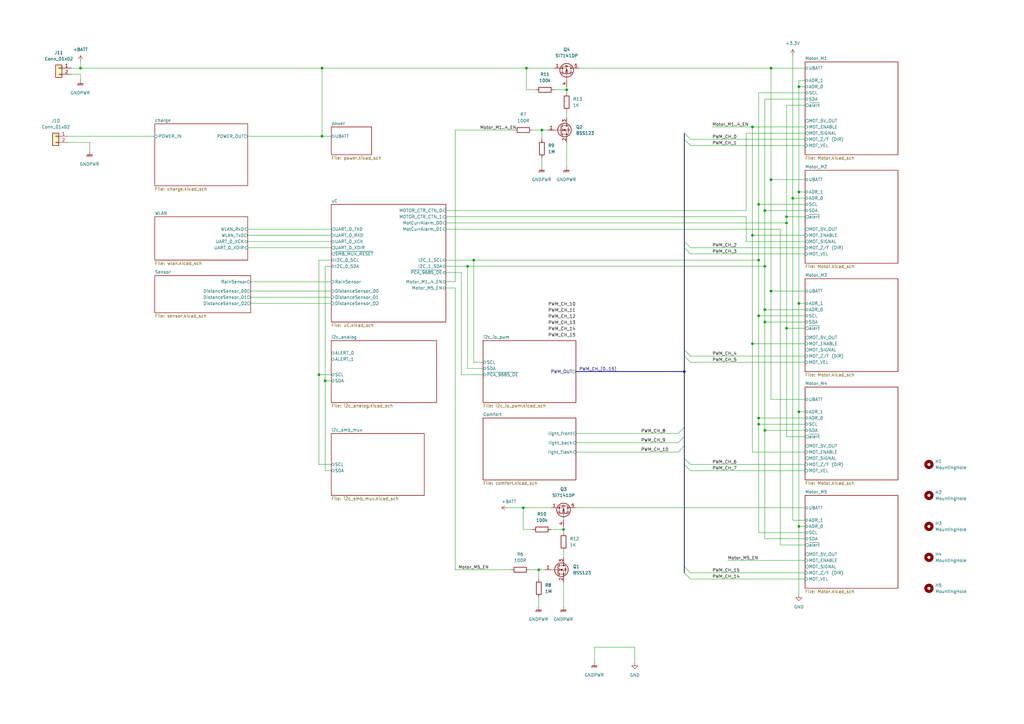
<source format=kicad_sch>
(kicad_sch (version 20211123) (generator eeschema)
  (paper "A3")
  (lib_symbols
    (symbol "Connector_Generic:Conn_01x02" (pin_names (offset 1.016) hide)
      (property "Reference" "J" (at 0 2.54 0))
      (property "Value" "Conn_01x02" (at 0 -5.08 0))
      (symbol "Conn_01x02_1_1"
        (rectangle (start -1.27 -2.413) (end 0 -2.667) (stroke (width 0.1524)))
        (rectangle (start -1.27 0.127) (end 0 -0.127) (stroke (width 0.1524)))
        (rectangle (start -1.27 1.27) (end 1.27 -3.81) (stroke (width 0.254)) (fill (type background)))
        (pin passive line (at -5.08 0 0) (length 3.81) (name "Pin_1") (number "1"))
        (pin passive line (at -5.08 -2.54 0) (length 3.81) (name "Pin_2") (number "2"))
      )
    )
    (symbol "Device:R" (pin_numbers hide) (pin_names (offset 0))
      (property "Reference" "R" (at 2.032 0 90))
      (property "Value" "R" (at 0 0 90))
      (symbol "R_0_1"
        (rectangle (start -1.016 -2.54) (end 1.016 2.54) (stroke (width 0.254)))
      )
      (symbol "R_1_1"
        (pin passive line (at 0 3.81 270) (length 1.27) (name "~") (number "1"))
        (pin passive line (at 0 -3.81 90) (length 1.27) (name "~") (number "2"))
      )
    )
    (symbol "Mechanical:MountingHole" (pin_names (offset 1.016))
      (property "Reference" "H" (at 0 5.08 0))
      (property "Value" "MountingHole" (at 0 3.175 0))
      (symbol "MountingHole_0_1"
        (circle (center 0 0) (radius 1.27) (stroke (width 1.27)))
      )
    )
    (symbol "Transistor_FET:BSS123" (pin_names hide)
      (property "Reference" "Q" (at 5.08 1.905 0))
      (property "Value" "BSS123" (at 5.08 0 0))
      (symbol "BSS123_0_1"
        (polyline (pts (xy 0.254 0) (xy -2.54 0)))
        (polyline (pts (xy 0.254 1.905) (xy 0.254 -1.905)) (stroke (width 0.254)))
        (polyline (pts (xy 0.762 -1.27) (xy 0.762 -2.286)) (stroke (width 0.254)))
        (polyline (pts (xy 0.762 0.508) (xy 0.762 -0.508)) (stroke (width 0.254)))
        (polyline (pts (xy 0.762 2.286) (xy 0.762 1.27)) (stroke (width 0.254)))
        (polyline (pts (xy 2.54 2.54) (xy 2.54 1.778)))
        (polyline (pts (xy 2.54 -2.54) (xy 2.54 0) (xy 0.762 0)))
        (polyline (pts (xy 0.762 -1.778) (xy 3.302 -1.778) (xy 3.302 1.778) (xy 0.762 1.778)))
        (polyline (pts (xy 1.016 0) (xy 2.032 0.381) (xy 2.032 -0.381) (xy 1.016 0)) (fill (type outline)))
        (polyline (pts (xy 2.794 0.508) (xy 2.921 0.381) (xy 3.683 0.381) (xy 3.81 0.254)))
        (polyline (pts (xy 3.302 0.381) (xy 2.921 -0.254) (xy 3.683 -0.254) (xy 3.302 0.381)))
        (circle (center 1.651 0) (radius 2.794) (stroke (width 0.254)))
        (circle (center 2.54 -1.778) (radius 0.254) (fill (type outline)))
        (circle (center 2.54 1.778) (radius 0.254) (fill (type outline)))
      )
      (symbol "BSS123_1_1"
        (pin input line (at -5.08 0 0) (length 2.54) (name "G") (number "1"))
        (pin passive line (at 2.54 -5.08 90) (length 2.54) (name "S") (number "2"))
        (pin passive line (at 2.54 5.08 270) (length 2.54) (name "D") (number "3"))
      )
    )
    (symbol "Transistor_FET:Si7141DP" (pin_names hide)
      (property "Reference" "Q" (at 5.08 1.905 0))
      (property "Value" "Si7141DP" (at 5.08 0 0))
      (symbol "Si7141DP_0_1"
        (polyline (pts (xy 0.254 0) (xy -2.54 0)))
        (polyline (pts (xy 0.254 1.905) (xy 0.254 -1.905)) (stroke (width 0.254)))
        (polyline (pts (xy 0.762 -1.27) (xy 0.762 -2.286)) (stroke (width 0.254)))
        (polyline (pts (xy 0.762 0.508) (xy 0.762 -0.508)) (stroke (width 0.254)))
        (polyline (pts (xy 0.762 2.286) (xy 0.762 1.27)) (stroke (width 0.254)))
        (polyline (pts (xy 2.54 2.54) (xy 2.54 1.778)))
        (polyline (pts (xy 2.54 -2.54) (xy 2.54 0) (xy 0.762 0)))
        (polyline (pts (xy 0.762 1.778) (xy 3.302 1.778) (xy 3.302 -1.778) (xy 0.762 -1.778)))
        (polyline (pts (xy 2.286 0) (xy 1.27 0.381) (xy 1.27 -0.381) (xy 2.286 0)) (fill (type outline)))
        (polyline (pts (xy 2.794 -0.508) (xy 2.921 -0.381) (xy 3.683 -0.381) (xy 3.81 -0.254)))
        (polyline (pts (xy 3.302 -0.381) (xy 2.921 0.254) (xy 3.683 0.254) (xy 3.302 -0.381)))
        (circle (center 1.651 0) (radius 2.794) (stroke (width 0.254)))
        (circle (center 2.54 -1.778) (radius 0.254) (fill (type outline)))
        (circle (center 2.54 1.778) (radius 0.254) (fill (type outline)))
      )
      (symbol "Si7141DP_1_1"
        (pin passive line (at 2.54 -5.08 90) (length 2.54) (name "S") (number "1"))
        (pin passive line (at 2.54 -5.08 90) (length 2.54) hide (name "S") (number "2"))
        (pin passive line (at 2.54 -5.08 90) (length 2.54) hide (name "S") (number "3"))
        (pin input line (at -5.08 0 0) (length 2.54) (name "G") (number "4"))
        (pin passive line (at 2.54 5.08 270) (length 2.54) (name "D") (number "5"))
      )
    )
    (symbol "power:+3.3V" (power) (pin_names (offset 0))
      (property "Value" "+3.3V" (at 0 3.556 0))
      (symbol "+3.3V_0_1"
        (polyline (pts (xy -0.762 1.27) (xy 0 2.54)))
        (polyline (pts (xy 0 0) (xy 0 2.54)))
        (polyline (pts (xy 0 2.54) (xy 0.762 1.27)))
      )
      (symbol "+3.3V_1_1"
        (pin power_in line (at 0 0 90) (length 0) hide (name "+3.3V") (number "1"))
      )
    )
    (symbol "power:+BATT" (power) (pin_names (offset 0))
      (property "Value" "+BATT" (at 0 3.556 0))
      (symbol "+BATT_0_1"
        (polyline (pts (xy -0.762 1.27) (xy 0 2.54)))
        (polyline (pts (xy 0 0) (xy 0 2.54)))
        (polyline (pts (xy 0 2.54) (xy 0.762 1.27)))
      )
      (symbol "+BATT_1_1"
        (pin power_in line (at 0 0 90) (length 0) hide (name "+BATT") (number "1"))
      )
    )
    (symbol "power:GND" (power) (pin_names (offset 0))
      (property "Value" "GND" (at 0 -3.81 0))
      (symbol "GND_0_1"
        (polyline (pts (xy 0 0) (xy 0 -1.27) (xy 1.27 -1.27) (xy 0 -2.54) (xy -1.27 -1.27) (xy 0 -1.27)))
      )
      (symbol "GND_1_1"
        (pin power_in line (at 0 0 270) (length 0) hide (name "GND") (number "1"))
      )
    )
    (symbol "power:GNDPWR" (power) (pin_names (offset 0))
      (property "Value" "GNDPWR" (at 0 -3.302 0))
      (symbol "GNDPWR_0_1"
        (polyline (pts (xy 0 -1.27) (xy 0 0)))
        (polyline (pts (xy -1.016 -1.27) (xy -1.27 -2.032) (xy -1.27 -2.032)) (stroke (width 0.2032)))
        (polyline (pts (xy -0.508 -1.27) (xy -0.762 -2.032) (xy -0.762 -2.032)) (stroke (width 0.2032)))
        (polyline (pts (xy 0 -1.27) (xy -0.254 -2.032) (xy -0.254 -2.032)) (stroke (width 0.2032)))
        (polyline (pts (xy 0.508 -1.27) (xy 0.254 -2.032) (xy 0.254 -2.032)) (stroke (width 0.2032)))
        (polyline (pts (xy 1.016 -1.27) (xy -1.016 -1.27) (xy -1.016 -1.27)) (stroke (width 0.2032)))
        (polyline (pts (xy 1.016 -1.27) (xy 0.762 -2.032) (xy 0.762 -2.032) (xy 0.762 -2.032)) (stroke (width 0.2032)))
      )
      (symbol "GNDPWR_1_1"
        (pin power_in line (at 0 0 270) (length 0) hide (name "GNDPWR") (number "1"))
      )
    )
  )
  (junction (at 222.25 53.34))
  (junction (at 327.66 78.74))
  (junction (at 313.69 127))
  (junction (at 220.98 233.68))
  (junction (at 33.02 27.94))
  (junction (at 231.14 217.17))
  (junction (at 311.15 129.54))
  (junction (at 313.69 132.08))
  (junction (at 132.08 27.94))
  (junction (at 313.69 109.22))
  (junction (at 313.69 176.53))
  (junction (at 327.66 168.91))
  (junction (at 311.15 173.99))
  (junction (at 313.69 86.36))
  (junction (at 311.15 171.45))
  (junction (at 327.66 124.46))
  (junction (at 322.58 134.62))
  (junction (at 215.9 27.94))
  (junction (at 316.23 27.94))
  (junction (at 232.41 36.83))
  (junction (at 194.31 106.68))
  (junction (at 311.15 106.68))
  (junction (at 327.66 35.56))
  (junction (at 308.61 52.07))
  (junction (at 308.61 140.97))
  (junction (at 191.77 109.22))
  (junction (at 308.61 96.52))
  (junction (at 214.63 208.28))
  (junction (at 316.23 73.66))
  (junction (at 316.23 119.38))
  (junction (at 132.08 55.88))
  (junction (at 327.66 215.9))
  (junction (at 130.81 153.67))
  (junction (at 322.58 88.9))
  (junction (at 133.35 156.21))
  (junction (at 311.15 83.82))
  (junction (at 325.12 81.28))
  (junction (at 280.67 152.4))
  (junction (at 322.58 91.44))
  (bus_entry (at 280.67 190.5) (size 2.54 2.54))
  (bus_entry (at 278.13 177.8) (size 2.54 -2.54))
  (bus_entry (at 278.13 181.61) (size 2.54 -2.54))
  (bus_entry (at 278.13 185.42) (size 2.54 -2.54))
  (bus_entry (at 280.67 143.51) (size 2.54 2.54))
  (bus_entry (at 280.67 101.6) (size 2.54 2.54))
  (bus_entry (at 280.67 187.96) (size 2.54 2.54))
  (bus_entry (at 280.67 54.61) (size 2.54 2.54))
  (bus_entry (at 280.67 57.15) (size 2.54 2.54))
  (bus_entry (at 280.67 146.05) (size 2.54 2.54))
  (bus_entry (at 280.67 99.06) (size 2.54 2.54))
  (bus_entry (at 280.67 232.41) (size 2.54 2.54))
  (bus_entry (at 280.67 234.95) (size 2.54 2.54))
  (wire (pts (xy 313.69 176.53) (xy 313.69 220.98)))
  (wire (pts (xy 133.35 109.22) (xy 133.35 156.21)))
  (bus (pts (xy 280.67 152.4) (xy 280.67 175.26)))
  (wire (pts (xy 182.88 115.57) (xy 186.69 115.57)))
  (wire (pts (xy 226.06 217.17) (xy 231.14 217.17)))
  (wire (pts (xy 316.23 163.83) (xy 330.2 163.83)))
  (wire (pts (xy 182.88 118.11) (xy 186.69 118.11)))
  (wire (pts (xy 236.22 177.8) (xy 278.13 177.8)))
  (wire (pts (xy 325.12 81.28) (xy 330.2 81.28)))
  (wire (pts (xy 313.69 40.64) (xy 313.69 86.36)))
  (wire (pts (xy 191.77 151.13) (xy 191.77 109.22)))
  (wire (pts (xy 36.83 62.23) (xy 36.83 58.42)))
  (wire (pts (xy 311.15 171.45) (xy 330.2 171.45)))
  (wire (pts (xy 231.14 215.9) (xy 231.14 217.17)))
  (wire (pts (xy 101.6 55.88) (xy 132.08 55.88)))
  (wire (pts (xy 135.89 190.5) (xy 130.81 190.5)))
  (wire (pts (xy 327.66 168.91) (xy 327.66 215.9)))
  (wire (pts (xy 101.6 99.06) (xy 135.89 99.06)))
  (bus (pts (xy 280.67 232.41) (xy 280.67 234.95)))
  (wire (pts (xy 283.21 146.05) (xy 330.2 146.05)))
  (wire (pts (xy 220.98 233.68) (xy 223.52 233.68)))
  (wire (pts (xy 327.66 124.46) (xy 330.2 124.46)))
  (wire (pts (xy 133.35 193.04) (xy 133.35 156.21)))
  (wire (pts (xy 327.66 35.56) (xy 327.66 78.74)))
  (wire (pts (xy 308.61 52.07) (xy 330.2 52.07)))
  (wire (pts (xy 194.31 106.68) (xy 311.15 106.68)))
  (bus (pts (xy 280.67 99.06) (xy 280.67 101.6)))
  (wire (pts (xy 231.14 217.17) (xy 231.14 218.44)))
  (wire (pts (xy 218.44 217.17) (xy 214.63 217.17)))
  (wire (pts (xy 330.2 43.18) (xy 322.58 43.18)))
  (bus (pts (xy 280.67 57.15) (xy 280.67 99.06)))
  (wire (pts (xy 182.88 93.98) (xy 320.04 93.98)))
  (wire (pts (xy 182.88 88.9) (xy 306.07 88.9)))
  (wire (pts (xy 313.69 86.36) (xy 313.69 109.22)))
  (wire (pts (xy 186.69 118.11) (xy 186.69 233.68)))
  (wire (pts (xy 330.2 218.44) (xy 311.15 218.44)))
  (wire (pts (xy 260.35 265.43) (xy 243.84 265.43)))
  (wire (pts (xy 308.61 140.97) (xy 330.2 140.97)))
  (wire (pts (xy 320.04 223.52) (xy 320.04 93.98)))
  (bus (pts (xy 280.67 54.61) (xy 280.67 57.15)))
  (wire (pts (xy 133.35 156.21) (xy 135.89 156.21)))
  (wire (pts (xy 313.69 176.53) (xy 330.2 176.53)))
  (wire (pts (xy 306.07 54.61) (xy 330.2 54.61)))
  (wire (pts (xy 311.15 171.45) (xy 311.15 173.99)))
  (wire (pts (xy 306.07 99.06) (xy 330.2 99.06)))
  (wire (pts (xy 292.1 52.07) (xy 308.61 52.07)))
  (wire (pts (xy 330.2 88.9) (xy 322.58 88.9)))
  (wire (pts (xy 231.14 226.06) (xy 231.14 228.6)))
  (wire (pts (xy 311.15 38.1) (xy 330.2 38.1)))
  (wire (pts (xy 283.21 104.14) (xy 330.2 104.14)))
  (wire (pts (xy 101.6 93.98) (xy 135.89 93.98)))
  (wire (pts (xy 313.69 109.22) (xy 313.69 127)))
  (wire (pts (xy 313.69 86.36) (xy 330.2 86.36)))
  (wire (pts (xy 182.88 86.36) (xy 306.07 86.36)))
  (wire (pts (xy 33.02 30.48) (xy 33.02 33.02)))
  (wire (pts (xy 316.23 27.94) (xy 316.23 73.66)))
  (wire (pts (xy 232.41 36.83) (xy 232.41 38.1)))
  (wire (pts (xy 283.21 59.69) (xy 330.2 59.69)))
  (wire (pts (xy 182.88 111.76) (xy 189.23 111.76)))
  (wire (pts (xy 191.77 109.22) (xy 313.69 109.22)))
  (wire (pts (xy 316.23 119.38) (xy 330.2 119.38)))
  (wire (pts (xy 182.88 109.22) (xy 191.77 109.22)))
  (wire (pts (xy 232.41 35.56) (xy 232.41 36.83)))
  (wire (pts (xy 283.21 237.49) (xy 330.2 237.49)))
  (wire (pts (xy 130.81 106.68) (xy 130.81 153.67)))
  (wire (pts (xy 308.61 96.52) (xy 330.2 96.52)))
  (wire (pts (xy 219.71 36.83) (xy 215.9 36.83)))
  (wire (pts (xy 186.69 233.68) (xy 209.55 233.68)))
  (wire (pts (xy 260.35 271.78) (xy 260.35 265.43)))
  (wire (pts (xy 327.66 78.74) (xy 327.66 124.46)))
  (wire (pts (xy 313.69 127) (xy 313.69 132.08)))
  (wire (pts (xy 132.08 55.88) (xy 132.08 27.94)))
  (wire (pts (xy 130.81 106.68) (xy 135.89 106.68)))
  (wire (pts (xy 313.69 132.08) (xy 330.2 132.08)))
  (wire (pts (xy 313.69 132.08) (xy 313.69 176.53)))
  (wire (pts (xy 311.15 173.99) (xy 330.2 173.99)))
  (wire (pts (xy 130.81 190.5) (xy 130.81 153.67)))
  (wire (pts (xy 227.33 36.83) (xy 232.41 36.83)))
  (wire (pts (xy 220.98 233.68) (xy 220.98 237.49)))
  (wire (pts (xy 29.21 27.94) (xy 33.02 27.94)))
  (wire (pts (xy 232.41 45.72) (xy 232.41 48.26)))
  (wire (pts (xy 36.83 58.42) (xy 27.94 58.42)))
  (wire (pts (xy 322.58 179.07) (xy 322.58 134.62)))
  (wire (pts (xy 330.2 179.07) (xy 322.58 179.07)))
  (wire (pts (xy 306.07 86.36) (xy 306.07 54.61)))
  (wire (pts (xy 237.49 27.94) (xy 316.23 27.94)))
  (bus (pts (xy 280.67 175.26) (xy 280.67 179.07)))
  (wire (pts (xy 283.21 101.6) (xy 330.2 101.6)))
  (wire (pts (xy 327.66 33.02) (xy 327.66 35.56)))
  (wire (pts (xy 231.14 238.76) (xy 231.14 248.92)))
  (wire (pts (xy 283.21 190.5) (xy 330.2 190.5)))
  (wire (pts (xy 308.61 96.52) (xy 308.61 140.97)))
  (wire (pts (xy 322.58 88.9) (xy 322.58 91.44)))
  (wire (pts (xy 222.25 53.34) (xy 222.25 57.15)))
  (wire (pts (xy 311.15 129.54) (xy 330.2 129.54)))
  (wire (pts (xy 135.89 193.04) (xy 133.35 193.04)))
  (wire (pts (xy 327.66 215.9) (xy 327.66 243.84)))
  (wire (pts (xy 330.2 27.94) (xy 316.23 27.94)))
  (bus (pts (xy 280.67 187.96) (xy 280.67 190.5)))
  (wire (pts (xy 243.84 265.43) (xy 243.84 271.78)))
  (wire (pts (xy 327.66 215.9) (xy 330.2 215.9)))
  (wire (pts (xy 101.6 96.52) (xy 135.89 96.52)))
  (wire (pts (xy 194.31 148.59) (xy 194.31 106.68)))
  (bus (pts (xy 236.22 152.4) (xy 280.67 152.4)))
  (bus (pts (xy 280.67 182.88) (xy 280.67 187.96)))
  (wire (pts (xy 311.15 173.99) (xy 311.15 218.44)))
  (wire (pts (xy 311.15 129.54) (xy 311.15 171.45)))
  (wire (pts (xy 208.28 208.28) (xy 214.63 208.28)))
  (wire (pts (xy 222.25 53.34) (xy 224.79 53.34)))
  (wire (pts (xy 186.69 115.57) (xy 186.69 53.34)))
  (wire (pts (xy 308.61 185.42) (xy 330.2 185.42)))
  (wire (pts (xy 215.9 27.94) (xy 227.33 27.94)))
  (wire (pts (xy 198.12 151.13) (xy 191.77 151.13)))
  (wire (pts (xy 215.9 27.94) (xy 215.9 36.83)))
  (wire (pts (xy 101.6 101.6) (xy 135.89 101.6)))
  (wire (pts (xy 330.2 223.52) (xy 320.04 223.52)))
  (wire (pts (xy 133.35 109.22) (xy 135.89 109.22)))
  (bus (pts (xy 280.67 143.51) (xy 280.67 146.05)))
  (bus (pts (xy 280.67 179.07) (xy 280.67 182.88)))
  (wire (pts (xy 316.23 73.66) (xy 330.2 73.66)))
  (wire (pts (xy 316.23 73.66) (xy 316.23 119.38)))
  (wire (pts (xy 220.98 245.11) (xy 220.98 248.92)))
  (bus (pts (xy 280.67 190.5) (xy 280.67 232.41)))
  (wire (pts (xy 325.12 81.28) (xy 325.12 213.36)))
  (wire (pts (xy 330.2 213.36) (xy 325.12 213.36)))
  (wire (pts (xy 236.22 185.42) (xy 278.13 185.42)))
  (wire (pts (xy 298.45 229.87) (xy 330.2 229.87)))
  (wire (pts (xy 325.12 22.86) (xy 325.12 81.28)))
  (wire (pts (xy 283.21 193.04) (xy 330.2 193.04)))
  (wire (pts (xy 313.69 40.64) (xy 330.2 40.64)))
  (wire (pts (xy 222.25 64.77) (xy 222.25 68.58)))
  (wire (pts (xy 182.88 91.44) (xy 322.58 91.44)))
  (wire (pts (xy 330.2 33.02) (xy 327.66 33.02)))
  (wire (pts (xy 327.66 124.46) (xy 327.66 168.91)))
  (wire (pts (xy 218.44 53.34) (xy 222.25 53.34)))
  (wire (pts (xy 322.58 43.18) (xy 322.58 88.9)))
  (wire (pts (xy 311.15 83.82) (xy 330.2 83.82)))
  (wire (pts (xy 189.23 153.67) (xy 189.23 111.76)))
  (wire (pts (xy 330.2 35.56) (xy 327.66 35.56)))
  (bus (pts (xy 280.67 101.6) (xy 280.67 143.51)))
  (wire (pts (xy 327.66 168.91) (xy 330.2 168.91)))
  (wire (pts (xy 316.23 119.38) (xy 316.23 163.83)))
  (wire (pts (xy 232.41 58.42) (xy 232.41 68.58)))
  (wire (pts (xy 27.94 55.88) (xy 63.5 55.88)))
  (wire (pts (xy 102.87 119.38) (xy 135.89 119.38)))
  (wire (pts (xy 322.58 134.62) (xy 330.2 134.62)))
  (bus (pts (xy 280.67 146.05) (xy 280.67 152.4)))
  (wire (pts (xy 311.15 83.82) (xy 311.15 106.68)))
  (wire (pts (xy 33.02 27.94) (xy 132.08 27.94)))
  (wire (pts (xy 306.07 88.9) (xy 306.07 99.06)))
  (wire (pts (xy 236.22 208.28) (xy 330.2 208.28)))
  (wire (pts (xy 102.87 115.57) (xy 135.89 115.57)))
  (wire (pts (xy 311.15 38.1) (xy 311.15 83.82)))
  (wire (pts (xy 322.58 91.44) (xy 322.58 134.62)))
  (wire (pts (xy 311.15 106.68) (xy 311.15 129.54)))
  (wire (pts (xy 236.22 181.61) (xy 278.13 181.61)))
  (wire (pts (xy 327.66 78.74) (xy 330.2 78.74)))
  (wire (pts (xy 130.81 153.67) (xy 135.89 153.67)))
  (wire (pts (xy 182.88 106.68) (xy 194.31 106.68)))
  (wire (pts (xy 198.12 153.67) (xy 189.23 153.67)))
  (wire (pts (xy 308.61 140.97) (xy 308.61 185.42)))
  (wire (pts (xy 102.87 121.92) (xy 135.89 121.92)))
  (wire (pts (xy 313.69 220.98) (xy 330.2 220.98)))
  (wire (pts (xy 132.08 55.88) (xy 135.89 55.88)))
  (wire (pts (xy 308.61 52.07) (xy 308.61 96.52)))
  (wire (pts (xy 132.08 27.94) (xy 215.9 27.94)))
  (wire (pts (xy 217.17 233.68) (xy 220.98 233.68)))
  (wire (pts (xy 198.12 148.59) (xy 194.31 148.59)))
  (wire (pts (xy 186.69 53.34) (xy 210.82 53.34)))
  (wire (pts (xy 214.63 208.28) (xy 214.63 217.17)))
  (wire (pts (xy 283.21 148.59) (xy 330.2 148.59)))
  (wire (pts (xy 283.21 234.95) (xy 330.2 234.95)))
  (wire (pts (xy 29.21 30.48) (xy 33.02 30.48)))
  (wire (pts (xy 102.87 124.46) (xy 135.89 124.46)))
  (wire (pts (xy 33.02 25.4) (xy 33.02 27.94)))
  (wire (pts (xy 283.21 57.15) (xy 330.2 57.15)))
  (wire (pts (xy 214.63 208.28) (xy 226.06 208.28)))
  (wire (pts (xy 313.69 127) (xy 330.2 127)))
  (label "PWM_CH_14" (at 292.1 237.49 0))
  (label "PWM_CH_13" (at 224.79 133.35 0))
  (label "PWM_CH_8" (at 262.89 177.8 0))
  (label "PWM_CH_0" (at 292.1 57.15 0))
  (label "PWM_CH_[0..15]" (at 237.49 152.4 0))
  (label "PWM_CH_15" (at 292.1 234.95 0))
  (label "PWM_CH_9" (at 262.8713 181.61 0))
  (label "PWM_CH_3" (at 292.1 104.14 0))
  (label "PWM_CH_4" (at 292.1 146.05 0))
  (label "PWM_CH_10" (at 262.89 185.42 0))
  (label "PWM_CH_11" (at 224.79 128.27 0))
  (label "PWM_CH_5" (at 292.1 148.59 0))
  (label "PWM_CH_7" (at 292.1 193.04 0))
  (label "Motor_M1..4_EN" (at 196.85 53.34 0))
  (label "PWM_CH_2" (at 292.1 101.6 0))
  (label "Motor_M5_EN" (at 187.96 233.68 0))
  (label "PWM_CH_1" (at 292.1 59.69 0))
  (label "Motor_M1..4_EN" (at 292.1 52.07 0))
  (label "PWM_CH_10" (at 224.79 125.73 0))
  (label "PWM_CH_12" (at 224.79 130.81 0))
  (label "PWM_CH_6" (at 292.1 190.5 0))
  (label "Motor_M5_EN" (at 298.45 229.87 0))
  (label "PWM_CH_14" (at 224.79 135.89 0))
  (label "PWM_CH_15" (at 224.79 138.43 0))
  (symbol (lib_id "power:GND") (at 260.35 271.78 0) (unit 1)
    (property "Reference" "#PWR0124" (effects hide))
    (property "Value" "GND" (at 260.35 276.86 0))
  )
  (symbol (lib_id "Connector_Generic:Conn_01x02") (at 24.13 27.94 0) (mirror y) (unit 1)
    (property "Reference" "J11" (at 24.13 21.59 0))
    (property "Value" "Conn_01x02" (at 24.13 24.13 0))
    (property "Footprint" "Connector_Phoenix_MC:PhoenixContact_MCV_1,5_2-GF-3.81_1x02_P3.81mm_Vertical_ThreadedFlange_MountHole" (effects hide))
  )
  (symbol (lib_id "power:GNDPWR") (at 231.14 248.92 0) (unit 1)
    (property "Reference" "#PWR058" (effects hide))
    (property "Value" "GNDPWR" (at 231.013 254 0))
  )
  (symbol (lib_id "Mechanical:MountingHole") (at 381 215.9 0) (unit 1)
    (property "Reference" "H3" (at 383.54 214.6299 0) (effects (justify left)))
    (property "Value" "MountingHole" (at 383.54 217.1699 0) (effects (justify left)))
    (property "Footprint" "MountingHole:MountingHole_3.2mm_M3" (effects hide))
  )
  (symbol (lib_id "Mechanical:MountingHole") (at 381 241.3 0) (unit 1)
    (property "Reference" "H5" (at 383.54 240.0299 0) (effects (justify left)))
    (property "Value" "MountingHole" (at 383.54 242.5699 0) (effects (justify left)))
    (property "Footprint" "MountingHole:MountingHole_3.2mm_M3" (effects hide))
  )
  (symbol (lib_id "Device:R") (at 222.25 60.96 0) (unit 1)
    (property "Reference" "R9" (at 224.79 59.6899 0) (effects (justify left)))
    (property "Value" "1M" (at 224.79 62.2299 0) (effects (justify left)))
    (property "Footprint" "Resistor_SMD:R_0603_1608Metric" (effects hide))
  )
  (symbol (lib_id "power:GNDPWR") (at 36.83 62.23 0) (unit 1)
    (property "Reference" "#PWR0141" (effects hide))
    (property "Value" "GNDPWR" (at 36.703 67.31 0))
  )
  (symbol (lib_id "power:+BATT") (at 33.02 25.4 0) (unit 1)
    (property "Reference" "#PWR0111" (effects hide))
    (property "Value" "+BATT" (at 33.02 20.32 0))
  )
  (symbol (lib_id "Mechanical:MountingHole") (at 381 190.5 0) (unit 1)
    (property "Reference" "H1" (at 383.54 189.2299 0) (effects (justify left)))
    (property "Value" "MountingHole" (at 383.54 191.7699 0) (effects (justify left)))
    (property "Footprint" "MountingHole:MountingHole_3.2mm_M3" (effects hide))
  )
  (symbol (lib_id "Transistor_FET:Si7141DP") (at 232.41 30.48 270) (mirror x) (unit 1)
    (property "Reference" "Q4" (at 232.41 20.32 90))
    (property "Value" "Si7141DP" (at 232.41 22.86 90))
    (property "Footprint" "Package_SO:PowerPAK_SO-8_Single" (effects hide))
    (property "Datasheet" "https://www.vishay.com/docs/65596/si7141dp.pdf" (effects hide))
  )
  (symbol (lib_id "power:GNDPWR") (at 33.02 33.02 0) (unit 1)
    (property "Reference" "#PWR0142" (effects hide))
    (property "Value" "GNDPWR" (at 32.893 38.1 0))
  )
  (symbol (lib_id "power:GNDPWR") (at 232.41 68.58 0) (unit 1)
    (property "Reference" "#PWR059" (effects hide))
    (property "Value" "GNDPWR" (at 232.283 73.66 0))
  )
  (symbol (lib_id "Transistor_FET:BSS123") (at 229.87 53.34 0) (unit 1)
    (property "Reference" "Q2" (at 236.22 52.0699 0) (effects (justify left)))
    (property "Value" "BSS123" (at 236.22 54.6099 0) (effects (justify left)))
    (property "Footprint" "Package_TO_SOT_SMD:SOT-23" (effects hide))
    (property "Datasheet" "http://www.diodes.com/assets/Datasheets/ds30366.pdf" (effects hide))
  )
  (symbol (lib_id "power:GNDPWR") (at 220.98 248.92 0) (unit 1)
    (property "Reference" "#PWR056" (effects hide))
    (property "Value" "GNDPWR" (at 220.853 254 0))
  )
  (symbol (lib_id "power:GNDPWR") (at 222.25 68.58 0) (unit 1)
    (property "Reference" "#PWR057" (effects hide))
    (property "Value" "GNDPWR" (at 222.123 73.66 0))
  )
  (symbol (lib_id "power:GND") (at 327.66 243.84 0) (unit 1)
    (property "Reference" "#PWR0117" (effects hide))
    (property "Value" "GND" (at 327.66 248.92 0))
  )
  (symbol (lib_id "power:+3.3V") (at 325.12 22.86 0) (unit 1)
    (property "Reference" "#PWR0118" (effects hide))
    (property "Value" "+3.3V" (at 325.12 17.78 0))
  )
  (symbol (lib_id "Device:R") (at 232.41 41.91 180) (unit 1)
    (property "Reference" "R13" (at 234.95 40.6399 0) (effects (justify right)))
    (property "Value" "1K" (at 234.95 43.1799 0) (effects (justify right)))
    (property "Footprint" "Resistor_SMD:R_0603_1608Metric" (effects hide))
  )
  (symbol (lib_id "Transistor_FET:Si7141DP") (at 231.14 210.82 270) (mirror x) (unit 1)
    (property "Reference" "Q3" (at 231.14 200.66 90))
    (property "Value" "Si7141DP" (at 231.14 203.2 90))
    (property "Footprint" "Package_SO:PowerPAK_SO-8_Single" (effects hide))
    (property "Datasheet" "https://www.vishay.com/docs/65596/si7141dp.pdf" (effects hide))
  )
  (symbol (lib_id "Device:R") (at 213.36 233.68 90) (unit 1)
    (property "Reference" "R6" (at 213.36 227.33 90))
    (property "Value" "100R" (at 213.36 229.87 90))
    (property "Footprint" "Resistor_SMD:R_0603_1608Metric" (effects hide))
  )
  (symbol (lib_id "Device:R") (at 223.52 36.83 90) (unit 1)
    (property "Reference" "R11" (at 223.52 30.48 90))
    (property "Value" "100k" (at 223.52 33.02 90))
    (property "Footprint" "Resistor_SMD:R_0603_1608Metric" (effects hide))
  )
  (symbol (lib_id "Connector_Generic:Conn_01x02") (at 22.86 55.88 0) (mirror y) (unit 1)
    (property "Reference" "J10" (at 22.86 49.53 0))
    (property "Value" "Conn_01x02" (at 22.86 52.07 0))
    (property "Footprint" "Connector_Phoenix_MC:PhoenixContact_MCV_1,5_2-GF-3.81_1x02_P3.81mm_Vertical_ThreadedFlange_MountHole" (effects hide))
  )
  (symbol (lib_id "Device:R") (at 222.25 217.17 90) (unit 1)
    (property "Reference" "R10" (at 222.25 210.82 90))
    (property "Value" "100k" (at 222.25 213.36 90))
    (property "Footprint" "Resistor_SMD:R_0603_1608Metric" (effects hide))
  )
  (symbol (lib_id "Device:R") (at 220.98 241.3 0) (unit 1)
    (property "Reference" "R8" (at 223.52 240.0299 0) (effects (justify left)))
    (property "Value" "1M" (at 223.52 242.5699 0) (effects (justify left)))
    (property "Footprint" "Resistor_SMD:R_0603_1608Metric" (effects hide))
  )
  (symbol (lib_id "power:+BATT") (at 208.28 208.28 90) (unit 1)
    (property "Reference" "#PWR0112" (effects hide))
    (property "Value" "+BATT" (at 205.74 205.74 90) (effects (justify right)))
  )
  (symbol (lib_id "Device:R") (at 214.63 53.34 90) (unit 1)
    (property "Reference" "R7" (at 214.63 46.99 90))
    (property "Value" "100R" (at 214.63 49.53 90))
    (property "Footprint" "Resistor_SMD:R_0603_1608Metric" (effects hide))
  )
  (symbol (lib_id "Mechanical:MountingHole") (at 381 228.6 0) (unit 1)
    (property "Reference" "H4" (at 383.54 227.3299 0) (effects (justify left)))
    (property "Value" "MountingHole" (at 383.54 229.8699 0) (effects (justify left)))
    (property "Footprint" "MountingHole:MountingHole_3.2mm_M3" (effects hide))
  )
  (symbol (lib_id "Transistor_FET:BSS123") (at 228.6 233.68 0) (unit 1)
    (property "Reference" "Q1" (at 234.95 232.4099 0) (effects (justify left)))
    (property "Value" "BSS123" (at 234.95 234.9499 0) (effects (justify left)))
    (property "Footprint" "Package_TO_SOT_SMD:SOT-23" (effects hide))
    (property "Datasheet" "http://www.diodes.com/assets/Datasheets/ds30366.pdf" (effects hide))
  )
  (symbol (lib_id "power:GNDPWR") (at 243.84 271.78 0) (unit 1)
    (property "Reference" "#PWR0123" (effects hide))
    (property "Value" "GNDPWR" (at 243.713 276.86 0))
  )
  (symbol (lib_id "Mechanical:MountingHole") (at 381 203.2 0) (unit 1)
    (property "Reference" "H2" (at 383.54 201.9299 0) (effects (justify left)))
    (property "Value" "MountingHole" (at 383.54 204.4699 0) (effects (justify left)))
    (property "Footprint" "MountingHole:MountingHole_3.2mm_M3" (effects hide))
  )
  (symbol (lib_id "Device:R") (at 231.14 222.25 180) (unit 1)
    (property "Reference" "R12" (at 233.68 220.9799 0) (effects (justify right)))
    (property "Value" "1K" (at 233.68 223.5199 0) (effects (justify right)))
    (property "Footprint" "Resistor_SMD:R_0603_1608Metric" (effects hide))
  )
  (sheet (at 330.2 203.2) (size 38.1 38.1) (stroke (width 0.1524))
    (property "Sheet name" "Motor_M5" (at 330.2 202.4884 0) (effects (justify left bottom)))
    (property "Sheet file" "Motor.kicad_sch" (at 330.2 241.8846 0) (effects (justify left top)))
    (pin "UBATT" bidirectional (at 330.2 208.28 180))
    (pin "ADR_1" bidirectional (at 330.2 213.36 180))
    (pin "MOT_VEL" input (at 330.2 237.49 180))
    (pin "SCL" bidirectional (at 330.2 218.44 180))
    (pin "MOT_Z{slash}F (DIR)" input (at 330.2 234.95 180))
    (pin "ADR_0" bidirectional (at 330.2 215.9 180))
    (pin "MOT_5V_OUT" output (at 330.2 227.33 180))
    (pin "SDA" bidirectional (at 330.2 220.98 180))
    (pin "MOT_SIGNAL" output (at 330.2 232.41 180))
    (pin "MOT_ENABLE" input (at 330.2 229.87 180))
    (pin "~{alert}" output (at 330.2 223.52 180))
  )
  (sheet (at 330.2 25.4) (size 38.1 38.1) (stroke (width 0.1524))
    (property "Sheet name" "Motor_M1" (at 330.2 24.6884 0) (effects (justify left bottom)))
    (property "Sheet file" "Motor.kicad_sch" (at 330.2 64.0846 0) (effects (justify left top)))
    (pin "UBATT" bidirectional (at 330.2 27.94 180))
    (pin "ADR_1" bidirectional (at 330.2 33.02 180))
    (pin "SCL" bidirectional (at 330.2 38.1 180))
    (pin "ADR_0" bidirectional (at 330.2 35.56 180))
    (pin "SDA" bidirectional (at 330.2 40.64 180))
    (pin "MOT_SIGNAL" output (at 330.2 54.61 180))
    (pin "MOT_Z{slash}F (DIR)" input (at 330.2 57.15 180))
    (pin "MOT_ENABLE" input (at 330.2 52.07 180))
    (pin "MOT_5V_OUT" output (at 330.2 49.53 180))
    (pin "MOT_VEL" input (at 330.2 59.69 180))
    (pin "~{alert}" output (at 330.2 43.18 180))
  )
  (sheet (at 330.2 69.85) (size 38.1 38.1) (stroke (width 0.1524))
    (property "Sheet name" "Motor_M2" (at 330.2 69.1384 0) (effects (justify left bottom)))
    (property "Sheet file" "Motor.kicad_sch" (at 330.2 108.5346 0) (effects (justify left top)))
    (pin "UBATT" bidirectional (at 330.2 73.66 180))
    (pin "ADR_1" bidirectional (at 330.2 78.74 180))
    (pin "MOT_VEL" input (at 330.2 104.14 180))
    (pin "SCL" bidirectional (at 330.2 83.82 180))
    (pin "MOT_Z{slash}F (DIR)" input (at 330.2 101.6 180))
    (pin "ADR_0" bidirectional (at 330.2 81.28 180))
    (pin "MOT_5V_OUT" output (at 330.2 93.98 180))
    (pin "SDA" bidirectional (at 330.2 86.36 180))
    (pin "MOT_SIGNAL" output (at 330.2 99.06 180))
    (pin "MOT_ENABLE" input (at 330.2 96.52 180))
    (pin "~{alert}" output (at 330.2 88.9 180))
  )
  (sheet (at 198.12 171.45) (size 38.1 25.4) (stroke (width 0.1524))
    (property "Sheet name" "Comfort" (at 198.12 170.7384 0) (effects (justify left bottom)))
    (property "Sheet file" "comfort.kicad_sch" (at 198.12 197.4346 0) (effects (justify left top)))
    (pin "light_front" input (at 236.22 177.8 0))
    (pin "light_back" input (at 236.22 181.61 0))
    (pin "light_flash" input (at 236.22 185.42 0))
  )
  (sheet (at 63.5 88.9) (size 38.1 17.78) (stroke (width 0.1524))
    (property "Sheet name" "WLAN" (at 63.5 88.1884 0) (effects (justify left bottom)))
    (property "Sheet file" "wlan.kicad_sch" (at 63.5 107.2646 0) (effects (justify left top)))
    (pin "WLAN_RxD" input (at 101.6 93.98 0))
    (pin "WLAN_TxD" output (at 101.6 96.52 0))
    (pin "UART_0_XDIR" input (at 101.6 101.6 0))
    (pin "UART_0_XCK" bidirectional (at 101.6 99.06 0))
  )
  (sheet (at 135.89 52.07) (size 16.51 11.43) (stroke (width 0.1524))
    (property "Sheet name" "power" (at 135.89 51.3584 0) (effects (justify left bottom)))
    (property "Sheet file" "power.kicad_sch" (at 135.89 64.0846 0) (effects (justify left top)))
    (pin "UBATT" bidirectional (at 135.89 55.88 180))
  )
  (sheet (at 135.89 177.8) (size 38.1 25.4) (stroke (width 0.1524))
    (property "Sheet name" "i2c_smb_mux" (at 135.89 177.0884 0) (effects (justify left bottom)))
    (property "Sheet file" "i2c_smb_mux.kicad_sch" (at 135.89 203.7846 0) (effects (justify left top)))
    (pin "SCL" bidirectional (at 135.89 190.5 180))
    (pin "SDA" bidirectional (at 135.89 193.04 180))
  )
  (sheet (at 135.89 83.82) (size 46.99 48.26) (stroke (width 0.1524))
    (property "Sheet name" "uC" (at 135.89 83.1084 0) (effects (justify left bottom)))
    (property "Sheet file" "uC.kicad_sch" (at 135.89 132.6646 0) (effects (justify left top)))
    (pin "UART_0_RXD" input (at 135.89 96.52 180))
    (pin "I2C_0_SCL" bidirectional (at 135.89 106.68 180))
    (pin "I2C_0_SDA" bidirectional (at 135.89 109.22 180))
    (pin "UART_0_TXD" output (at 135.89 93.98 180))
    (pin "~{PCA_9685_OE}" bidirectional (at 182.88 111.76 0))
    (pin "I2C_1_SDA" bidirectional (at 182.88 109.22 0))
    (pin "I2C_1_SCL" bidirectional (at 182.88 106.68 0))
    (pin "Motor_M1..4_EN" bidirectional (at 182.88 115.57 0))
    (pin "Motor_M5_EN" bidirectional (at 182.88 118.11 0))
    (pin "~{SMB_MUX_RESET}" output (at 135.89 104.14 180))
    (pin "MOTOR_CTR_CTN_0" input (at 182.88 86.36 0))
    (pin "MOTOR_CTR_CTN_1" input (at 182.88 88.9 0))
    (pin "UART_0_XCK" bidirectional (at 135.89 99.06 180))
    (pin "UART_0_XDIR" output (at 135.89 101.6 180))
    (pin "MotCurrAlarm_01" input (at 182.88 93.98 0))
    (pin "MotCurrAlarm_00" input (at 182.88 91.44 0))
    (pin "RainSensor" input (at 135.89 115.57 180))
    (pin "DistanceSensor_00" input (at 135.89 119.38 180))
    (pin "DistanceSensor_02" input (at 135.89 124.46 180))
    (pin "DistanceSensor_01" input (at 135.89 121.92 180))
  )
  (sheet (at 135.89 139.7) (size 43.18 25.4) (stroke (width 0.1524))
    (property "Sheet name" "i2c_analog" (at 135.89 138.9884 0) (effects (justify left bottom)))
    (property "Sheet file" "i2c_analog.kicad_sch" (at 135.89 165.6846 0) (effects (justify left top)))
    (pin "ALERT_0" bidirectional (at 135.89 144.78 180))
    (pin "ALERT_1" bidirectional (at 135.89 147.32 180))
    (pin "SCL" bidirectional (at 135.89 153.67 180))
    (pin "SDA" bidirectional (at 135.89 156.21 180))
  )
  (sheet (at 63.5 113.03) (size 39.37 15.24) (stroke (width 0.1524))
    (property "Sheet name" "Sensor" (at 63.5 112.3184 0) (effects (justify left bottom)))
    (property "Sheet file" "sensor.kicad_sch" (at 63.5 128.8546 0) (effects (justify left top)))
    (pin "DistanceSensor_00" output (at 102.87 119.38 0))
    (pin "DistanceSensor_01" output (at 102.87 121.92 0))
    (pin "DistanceSensor_02" output (at 102.87 124.46 0))
    (pin "RainSensor" output (at 102.87 115.57 0))
  )
  (sheet (at 198.12 139.7) (size 38.1 25.4) (stroke (width 0.1524))
    (property "Sheet name" "i2c_io_pwm" (at 198.12 138.9884 0) (effects (justify left bottom)))
    (property "Sheet file" "i2c_io_pwm.kicad_sch" (at 198.12 165.6846 0) (effects (justify left top)))
    (pin "SDA" bidirectional (at 198.12 151.13 180))
    (pin "SCL" bidirectional (at 198.12 148.59 180))
    (pin "PWM_OUT" output (at 236.22 152.4 0))
    (pin "~{PCA_9685_OE}" bidirectional (at 198.12 153.67 180))
  )
  (sheet (at 330.2 158.75) (size 38.1 38.1) (stroke (width 0.1524))
    (property "Sheet name" "Motor_M4" (at 330.2 158.0384 0) (effects (justify left bottom)))
    (property "Sheet file" "Motor.kicad_sch" (at 330.2 197.4346 0) (effects (justify left top)))
    (pin "UBATT" bidirectional (at 330.2 163.83 180))
    (pin "ADR_1" bidirectional (at 330.2 168.91 180))
    (pin "MOT_VEL" input (at 330.2 193.04 180))
    (pin "SCL" bidirectional (at 330.2 173.99 180))
    (pin "MOT_Z{slash}F (DIR)" input (at 330.2 190.5 180))
    (pin "ADR_0" bidirectional (at 330.2 171.45 180))
    (pin "MOT_5V_OUT" output (at 330.2 182.88 180))
    (pin "SDA" bidirectional (at 330.2 176.53 180))
    (pin "MOT_SIGNAL" output (at 330.2 187.96 180))
    (pin "MOT_ENABLE" input (at 330.2 185.42 180))
    (pin "~{alert}" output (at 330.2 179.07 180))
  )
  (sheet (at 330.2 114.3) (size 38.1 38.1) (stroke (width 0.1524))
    (property "Sheet name" "Motor_M3" (at 330.2 113.5884 0) (effects (justify left bottom)))
    (property "Sheet file" "Motor.kicad_sch" (at 330.2 152.9846 0) (effects (justify left top)))
    (pin "UBATT" bidirectional (at 330.2 119.38 180))
    (pin "ADR_1" bidirectional (at 330.2 124.46 180))
    (pin "MOT_VEL" input (at 330.2 148.59 180))
    (pin "SCL" bidirectional (at 330.2 129.54 180))
    (pin "MOT_Z{slash}F (DIR)" input (at 330.2 146.05 180))
    (pin "ADR_0" bidirectional (at 330.2 127 180))
    (pin "MOT_5V_OUT" output (at 330.2 138.43 180))
    (pin "SDA" bidirectional (at 330.2 132.08 180))
    (pin "MOT_SIGNAL" output (at 330.2 143.51 180))
    (pin "MOT_ENABLE" input (at 330.2 140.97 180))
    (pin "~{alert}" output (at 330.2 134.62 180))
  )
  (sheet (at 63.5 50.8) (size 38.1 25.4) (stroke (width 0.1524))
    (property "Sheet name" "charge" (at 63.5 50.0884 0) (effects (justify left bottom)))
    (property "Sheet file" "charge.kicad_sch" (at 63.5 76.7846 0) (effects (justify left top)))
    (pin "POWER_OUT" output (at 101.6 55.88 0))
    (pin "POWER_IN" input (at 63.5 55.88 180))
  )
)
</source>
